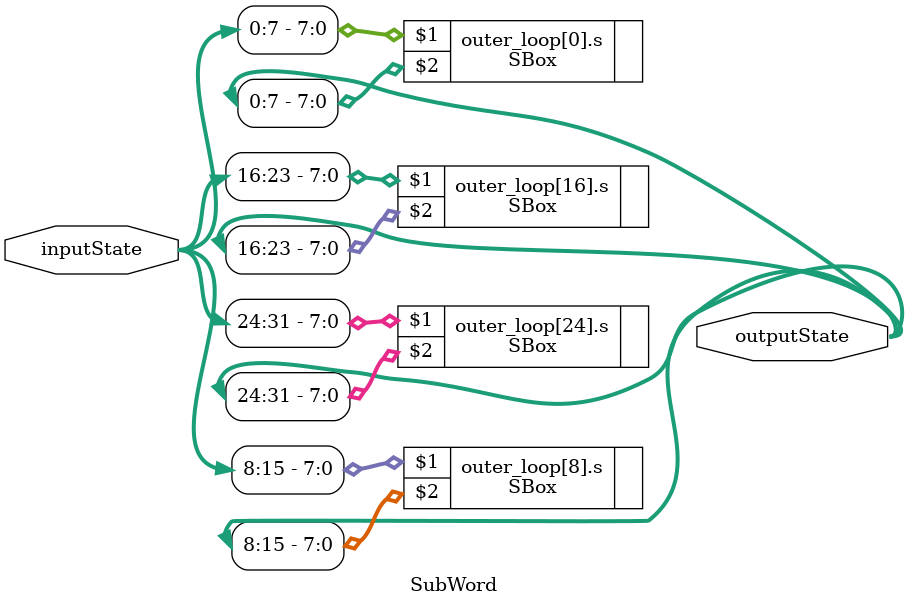
<source format=v>
module SubWord(inputState,outputState);
input [0:31] inputState;
output [0:31] outputState;

//word = 4bytes= 32 bit

// Using a generate block for loop-like construct
  genvar i;
  generate
    for (i = 0; i < 32; i = i + 8) begin : outer_loop
          SBox s(inputState[i:7+i],outputState[i:7+i]);
    end
  endgenerate

endmodule 
</source>
